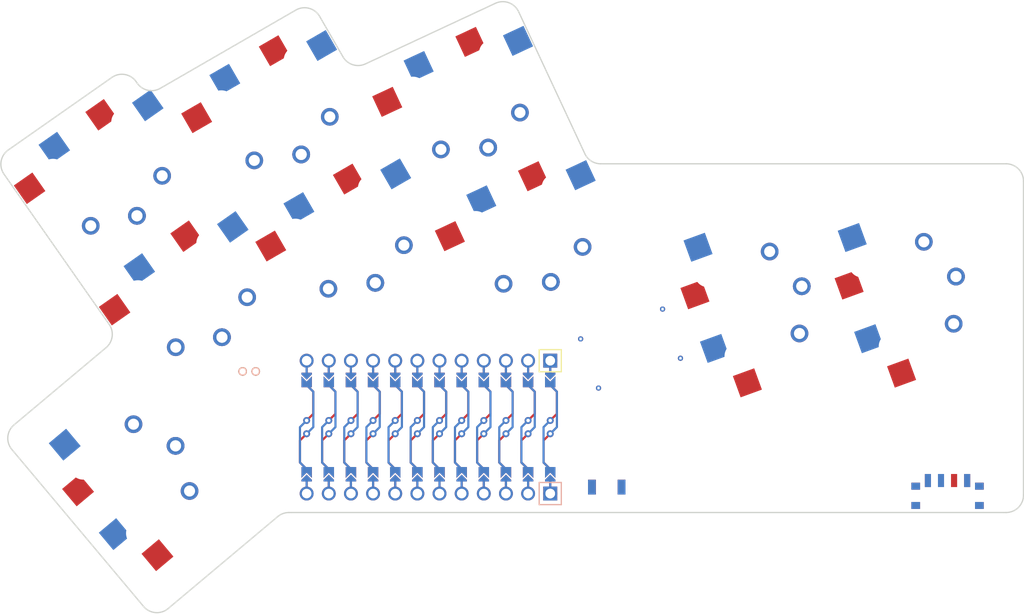
<source format=kicad_pcb>
(kicad_pcb (version 20241229) (generator "pcbnew") (generator_version "9.0")
  (title_block (title "piano") (rev "v1.0.0") (company "Unknown"))
  (layers (0 "F.Cu" signal) (2 "B.Cu" signal) (13 "F.Paste" user) (15 "B.Paste" user) (5 "F.SilkS" user) (7 "B.SilkS" user) (1 "F.Mask" user) (3 "B.Mask" user) (25 "Edge.Cuts" user))
  (net 0 "")
  (net 1 "P10")
  (net 2 "GND")
  (net 3 "P9")
  (net 4 "P8")
  (net 5 "P15")
  (net 6 "P14")
  (net 7 "P4")
  (net 8 "P5")
  (net 9 "P0")
  (net 10 "P1")
  (net 11 "RAW")
  (net 12 "RST")
  (net 13 "VCC")
  (net 14 "P21")
  (net 15 "P20")
  (net 16 "P19")
  (net 17 "P18")
  (net 18 "P16")
  (net 19 "P2")
  (net 20 "P3")
  (net 21 "P6")
  (net 22 "P7")
  (net 23 "pos")
  (footprint "lib:bat" (layer "F.Cu") (at 12.964576 -12.329089 90)
    (property "Reference" "")
    (property "Value" "")
  )
  (footprint "PG1350" (layer "F.Cu") (at 70.802308 -20.078079 110)
    (property "Reference" "S15" (hide yes))
    (property "Value" "" (hide yes))
  )
  (footprint "VIA-0.6mm" (layer "F.Cu") (at 50.982395 -16.056754 110)
    (property "Reference" "REF**" (hide yes))
    (property "Value" "VIA-0.6mm" (hide yes))
  )
  (footprint "PG1350" (layer "F.Cu") (at 45.069023 -27.939254 -155)
    (property "Reference" "S12" (hide yes))
    (property "Value" "" (hide yes))
  )
  (footprint "PG1350" (layer "F.Cu") (at 37.884513 -43.346486 25)
    (property "Reference" "S13" (hide yes))
    (property "Value" "" (hide yes))
  )
  (footprint "PG1350" (layer "F.Cu") (at 0 0 130)
    (property "Reference" "S1" (hide yes))
    (property "Value" "" (hide yes))
  )
  (footprint "PG1350" (layer "F.Cu") (at 24.480566 -27.599508 30)
    (property "Reference" "S7" (hide yes))
    (property "Value" "" (hide yes))
  )
  (footprint "PG1350" (layer "F.Cu") (at 70.802308 -20.078079 -70)
    (property "Reference" "S16" (hide yes))
    (property "Value" "" (hide yes))
  )
  (footprint "PG1350" (layer "F.Cu") (at 0 0 -50)
    (property "Reference" "S2" (hide yes))
    (property "Value" "" (hide yes))
  )
  (footprint "PG1350" (layer "F.Cu") (at 6.458371 -21.084104 35)
    (property "Reference" "S3" (hide yes))
    (property "Value" "" (hide yes))
  )
  (footprint "PG1350" (layer "F.Cu") (at 15.980566 -42.32194 -150)
    (property "Reference" "S10" (hide yes))
    (property "Value" "" (hide yes))
  )
  (footprint "PG1350" (layer "F.Cu") (at 45.069023 -27.939254 25)
    (property "Reference" "S11" (hide yes))
    (property "Value" "" (hide yes))
  )
  (footprint "Button_Switch_SMD:SW_SPST_B3U-1000P" (layer "F.Cu") (at 53.977659 0.944081)
    (property "Reference" "")
    (property "Value" "")
  )
  (footprint "ProMicro" (layer "F.Cu") (at 33.5257 -5.939479 180)
    (property "Reference" "MCU1" (hide yes))
    (property "Value" "")
  )
  (footprint "PG1350" (layer "F.Cu") (at 24.480566 -27.599508 -150)
    (property "Reference" "S8" (hide yes))
    (property "Value" "" (hide yes))
  )
  (footprint "PG1350" (layer "F.Cu") (at -3.292429 -35.009689 35)
    (property "Reference" "S5" (hide yes))
    (property "Value" "" (hide yes))
  )
  (footprint "VIA-0.6mm" (layer "F.Cu") (at 53.034516 -10.418598 110)
    (property "Reference" "REF**" (hide yes))
    (property "Value" "VIA-0.6mm" (hide yes))
  )
  (footprint "PG1350" (layer "F.Cu") (at 37.884513 -43.346486 -155)
    (property "Reference" "S14" (hide yes))
    (property "Value" "" (hide yes))
  )
  (footprint "VIA-0.6mm" (layer "F.Cu") (at 62.431442 -13.8388 110)
    (property "Reference" "REF**" (hide yes))
    (property "Value" "VIA-0.6mm" (hide yes))
  )
  (footprint "PG1350" (layer "F.Cu") (at 88.487183 -21.193958 -70)
    (property "Reference" "S18" (hide yes))
    (property "Value" "" (hide yes))
  )
  (footprint "Button_Switch_SMD:SW_SPDT_PCM12" (layer "F.Cu") (at 93.064722 1.616042)
    (property "Reference" "")
    (property "Value" "")
  )
  (footprint "PG1350" (layer "F.Cu") (at -3.292429 -35.009689 -145)
    (property "Reference" "S6" (hide yes))
    (property "Value" "" (hide yes))
  )
  (footprint "PG1350" (layer "F.Cu") (at 6.458371 -21.084104 -145)
    (property "Reference" "S4" (hide yes))
    (property "Value" "" (hide yes))
  )
  (footprint "VIA-0.6mm" (layer "F.Cu") (at 60.379321 -19.476956 110)
    (property "Reference" "REF**" (hide yes))
    (property "Value" "VIA-0.6mm" (hide yes))
  )
  (footprint "PG1350" (layer "F.Cu") (at 88.487183 -21.193958 110)
    (property "Reference" "S17" (hide yes))
    (property "Value" "" (hide yes))
  )
  (footprint "PG1350" (layer "F.Cu") (at 15.980566 -42.32194 30)
    (property "Reference" "S9" (hide yes))
    (property "Value" "" (hide yes))
  )
  (gr_line (start 0.127382 -45.380853) (end 0.003511 -45.557759) (stroke (width 0.15)) (layer "Edge.Cuts"))
  (gr_arc (start 101.778207 1.856043) (mid 101.192421 3.270257) (end 99.778207 3.856043) (stroke (width 0.15)) (layer "Edge.Cuts"))
  (gr_arc (start 99.778207 -36.143957) (mid 101.192421 -35.558171) (end 101.778207 -34.143957) (stroke (width 0.15)) (layer "Edge.Cuts"))
  (gr_line (start 101.778207 1.856043) (end 101.778207 -34.143957) (stroke (width 0.15)) (layer "Edge.Cuts"))
  (gr_line (start 99.778207 -36.143957) (end 53.275183 -36.143957) (stroke (width 0.15)) (layer "Edge.Cuts"))
  (gr_line (start -15.150802 -34.946595) (end -3.097857 -17.733206) (stroke (width 0.15)) (layer "Edge.Cuts"))
  (gr_line (start 21.049314 -53.042611) (end 23.722911 -48.411804) (stroke (width 0.15)) (layer "Edge.Cuts"))
  (gr_line (start 3.66753 14.871927) (end 16.238114 4.323955) (stroke (width 0.15)) (layer "Edge.Cuts"))
  (gr_line (start 26.300199 -47.599189) (end 41.210488 -54.551971) (stroke (width 0.15)) (layer "Edge.Cuts"))
  (gr_arc (start 18.317263 -53.774662) (mid 19.834901 -53.974463) (end 21.049314 -53.042611) (stroke (width 0.15)) (layer "Edge.Cuts"))
  (gr_arc (start -3.097859 -17.733207) (mid -2.753272 -16.325002) (end -3.450586 -15.053965) (stroke (width 0.15)) (layer "Edge.Cuts"))
  (gr_line (start 2.765686 -44.795955) (end 18.317263 -53.774662) (stroke (width 0.15)) (layer "Edge.Cuts"))
  (gr_line (start -14.659651 -37.732052) (end -2.781946 -46.04891) (stroke (width 0.15)) (layer "Edge.Cuts"))
  (gr_line (start -14.255643 -3.376631) (end 0.849866 14.625414) (stroke (width 0.15)) (layer "Edge.Cuts"))
  (gr_line (start 17.52369 3.856043) (end 99.778207 3.856043) (stroke (width 0.15)) (layer "Edge.Cuts"))
  (gr_arc (start -2.781946 -46.04891) (mid -1.287497 -46.380222) (end 0.003511 -45.557759) (stroke (width 0.15)) (layer "Edge.Cuts"))
  (gr_arc (start -15.150802 -34.946595) (mid -15.482114 -36.441044) (end -14.659651 -37.732052) (stroke (width 0.15)) (layer "Edge.Cuts"))
  (gr_arc (start -14.255643 -3.37663) (mid -14.715944 -4.836517) (end -14.00913 -6.194295) (stroke (width 0.15)) (layer "Edge.Cuts"))
  (gr_line (start -14.00913 -6.194295) (end -3.450586 -15.053965) (stroke (width 0.15)) (layer "Edge.Cuts"))
  (gr_arc (start 3.667529 14.871927) (mid 2.207643 15.332228) (end 0.849866 14.625414) (stroke (width 0.15)) (layer "Edge.Cuts"))
  (gr_arc (start 41.210488 -54.55197) (mid 42.739765 -54.61874) (end 43.86834 -53.584592) (stroke (width 0.15)) (layer "Edge.Cuts"))
  (gr_arc (start 53.275183 -36.143956) (mid 52.200583 -36.457173) (end 51.462567 -37.29872) (stroke (width 0.15)) (layer "Edge.Cuts"))
  (gr_arc (start 26.300199 -47.599188) (mid 24.85355 -47.50437) (end 23.722911 -48.411804) (stroke (width 0.15)) (layer "Edge.Cuts"))
  (gr_arc (start 16.238115 4.323954) (mid 16.83965 3.976658) (end 17.52369 3.856043) (stroke (width 0.15)) (layer "Edge.Cuts"))
  (gr_arc (start 2.765686 -44.795955) (mid 1.332807 -44.575414) (end 0.127382 -45.380853) (stroke (width 0.15)) (layer "Edge.Cuts"))
  (gr_line (start 43.86834 -53.584592) (end 51.462567 -37.29872) (stroke (width 0.15)) (layer "Edge.Cuts"))
)
</source>
